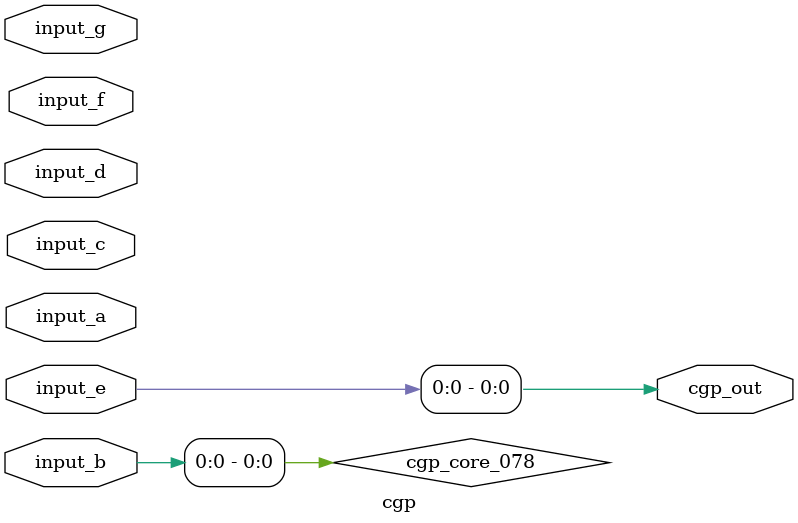
<source format=v>
module cgp(input [1:0] input_a, input [1:0] input_b, input [1:0] input_c, input [1:0] input_d, input [1:0] input_e, input [1:0] input_f, input [1:0] input_g, output [0:0] cgp_out);
  wire cgp_core_018;
  wire cgp_core_026_not;
  wire cgp_core_029;
  wire cgp_core_032;
  wire cgp_core_034_not;
  wire cgp_core_036;
  wire cgp_core_039;
  wire cgp_core_040;
  wire cgp_core_042;
  wire cgp_core_043;
  wire cgp_core_045;
  wire cgp_core_046;
  wire cgp_core_047;
  wire cgp_core_048;
  wire cgp_core_049;
  wire cgp_core_050;
  wire cgp_core_052;
  wire cgp_core_058_not;
  wire cgp_core_059;
  wire cgp_core_060;
  wire cgp_core_061;
  wire cgp_core_066;
  wire cgp_core_067;
  wire cgp_core_068;
  wire cgp_core_069;
  wire cgp_core_071;
  wire cgp_core_072;
  wire cgp_core_073;
  wire cgp_core_074;
  wire cgp_core_076;
  wire cgp_core_077;
  wire cgp_core_078;
  wire cgp_core_079;

  assign cgp_core_018 = input_c[1] ^ input_e[1];
  assign cgp_core_026_not = ~input_a[1];
  assign cgp_core_029 = input_b[0] | input_g[1];
  assign cgp_core_032 = ~(input_d[0] | input_a[0]);
  assign cgp_core_034_not = ~input_d[1];
  assign cgp_core_036 = input_b[1] ^ input_e[0];
  assign cgp_core_039 = input_g[0] ^ input_g[0];
  assign cgp_core_040 = input_d[1] & input_b[1];
  assign cgp_core_042 = ~(input_f[1] & input_g[1]);
  assign cgp_core_043 = ~(input_e[1] ^ input_a[0]);
  assign cgp_core_045 = input_c[0] | input_e[0];
  assign cgp_core_046 = input_c[0] ^ cgp_core_039;
  assign cgp_core_047 = input_e[0] & input_g[1];
  assign cgp_core_048 = ~(input_a[0] & cgp_core_043);
  assign cgp_core_049 = cgp_core_036 ^ input_c[0];
  assign cgp_core_050 = ~(cgp_core_048 | input_d[1]);
  assign cgp_core_052 = ~input_a[1];
  assign cgp_core_058_not = ~input_g[0];
  assign cgp_core_059 = input_e[0] & cgp_core_058_not;
  assign cgp_core_060 = ~(input_a[0] ^ input_d[1]);
  assign cgp_core_061 = ~input_a[1];
  assign cgp_core_066 = ~(cgp_core_050 & input_f[0]);
  assign cgp_core_067 = input_g[0] & cgp_core_066;
  assign cgp_core_068 = input_a[0] & input_f[1];
  assign cgp_core_069 = ~(input_f[0] ^ input_f[0]);
  assign cgp_core_071 = ~input_e[0];
  assign cgp_core_072 = input_f[0] ^ input_b[0];
  assign cgp_core_073 = ~(cgp_core_072 & input_f[1]);
  assign cgp_core_074 = ~(input_c[0] ^ cgp_core_046);
  assign cgp_core_076 = ~(input_g[1] ^ input_g[0]);
  assign cgp_core_077 = input_b[1] | input_f[0];
  assign cgp_core_078 = input_b[0] | input_b[0];
  assign cgp_core_079 = cgp_core_076 | input_b[0];

  assign cgp_out[0] = input_e[0];
endmodule
</source>
